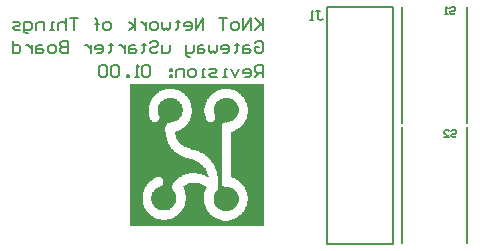
<source format=gbo>
%FSLAX25Y25*%
%MOIN*%
G70*
G01*
G75*
G04 Layer_Color=32896*
%ADD10R,0.04500X0.06000*%
%ADD11C,0.01969*%
%ADD12C,0.03937*%
%ADD13C,0.01772*%
%ADD14C,0.08661*%
%ADD15C,0.07480*%
%ADD16C,0.06000*%
%ADD17R,0.06000X0.06000*%
%ADD18C,0.05906*%
%ADD19R,0.05906X0.05906*%
%ADD20R,0.06000X0.06000*%
%ADD21C,0.05000*%
%ADD22C,0.00394*%
%ADD23C,0.00787*%
%ADD24R,0.05300X0.06800*%
%ADD25C,0.09461*%
%ADD26C,0.08280*%
%ADD27C,0.06800*%
%ADD28R,0.06800X0.06800*%
%ADD29C,0.06706*%
%ADD30R,0.06706X0.06706*%
%ADD31R,0.06800X0.06800*%
%ADD32C,0.05800*%
%ADD33C,0.00200*%
D23*
X153006Y500D02*
Y40000D01*
X130959Y500D02*
X153006D01*
X130959D02*
Y79500D01*
X153006D01*
Y40000D02*
Y79500D01*
X155853Y709D02*
Y20000D01*
X177613Y709D02*
Y39291D01*
X155853Y20000D02*
Y39291D01*
Y60000D02*
Y79291D01*
X177613Y40709D02*
Y79291D01*
X155853Y40709D02*
Y60000D01*
X172408Y37968D02*
X172802Y38361D01*
X173589D01*
X173983Y37968D01*
Y37574D01*
X173589Y37181D01*
X172802D01*
X172408Y36787D01*
Y36394D01*
X172802Y36000D01*
X173589D01*
X173983Y36394D01*
X170047Y36000D02*
X171621D01*
X170047Y37574D01*
Y37968D01*
X170440Y38361D01*
X171228D01*
X171621Y37968D01*
X171908Y78968D02*
X172302Y79361D01*
X173089D01*
X173483Y78968D01*
Y78574D01*
X173089Y78181D01*
X172302D01*
X171908Y77787D01*
Y77394D01*
X172302Y77000D01*
X173089D01*
X173483Y77394D01*
X171121Y77000D02*
X170334D01*
X170728D01*
Y79361D01*
X171121Y78968D01*
X127384Y78149D02*
X128433D01*
X127908D01*
Y75525D01*
X128433Y75000D01*
X128958D01*
X129483Y75525D01*
X126334Y75000D02*
X125285D01*
X125809D01*
Y78149D01*
X126334Y77624D01*
X109424Y56181D02*
Y60117D01*
X107456D01*
X106800Y59461D01*
Y58149D01*
X107456Y57493D01*
X109424D01*
X108112D02*
X106800Y56181D01*
X103520D02*
X104832D01*
X105488Y56837D01*
Y58149D01*
X104832Y58805D01*
X103520D01*
X102864Y58149D01*
Y57493D01*
X105488D01*
X101552Y58805D02*
X100240Y56181D01*
X98928Y58805D01*
X97616Y56181D02*
X96305D01*
X96960D01*
Y58805D01*
X97616D01*
X94337Y56181D02*
X92369D01*
X91713Y56837D01*
X92369Y57493D01*
X93681D01*
X94337Y58149D01*
X93681Y58805D01*
X91713D01*
X90401Y56181D02*
X89089D01*
X89745D01*
Y58805D01*
X90401D01*
X86465Y56181D02*
X85153D01*
X84497Y56837D01*
Y58149D01*
X85153Y58805D01*
X86465D01*
X87121Y58149D01*
Y56837D01*
X86465Y56181D01*
X83185D02*
Y58805D01*
X81217D01*
X80562Y58149D01*
Y56181D01*
X79250Y58805D02*
X78594D01*
Y58149D01*
X79250D01*
Y58805D01*
Y56837D02*
X78594D01*
Y56181D01*
X79250D01*
Y56837D01*
X72034Y59461D02*
X71378Y60117D01*
X70066D01*
X69410Y59461D01*
Y56837D01*
X70066Y56181D01*
X71378D01*
X72034Y56837D01*
Y59461D01*
X68098Y56181D02*
X66786D01*
X67442D01*
Y60117D01*
X68098Y59461D01*
X64819Y56181D02*
Y56837D01*
X64163D01*
Y56181D01*
X64819D01*
X61539Y59461D02*
X60883Y60117D01*
X59571D01*
X58915Y59461D01*
Y56837D01*
X59571Y56181D01*
X60883D01*
X61539Y56837D01*
Y59461D01*
X57603D02*
X56947Y60117D01*
X55635D01*
X54979Y59461D01*
Y56837D01*
X55635Y56181D01*
X56947D01*
X57603Y56837D01*
Y59461D01*
X106800Y67335D02*
X107456Y67991D01*
X108768D01*
X109424Y67335D01*
Y64711D01*
X108768Y64055D01*
X107456D01*
X106800Y64711D01*
Y66023D01*
X108112D01*
X104832Y66679D02*
X103520D01*
X102864Y66023D01*
Y64055D01*
X104832D01*
X105488Y64711D01*
X104832Y65367D01*
X102864D01*
X100896Y67335D02*
Y66679D01*
X101552D01*
X100240D01*
X100896D01*
Y64711D01*
X100240Y64055D01*
X96305D02*
X97616D01*
X98272Y64711D01*
Y66023D01*
X97616Y66679D01*
X96305D01*
X95648Y66023D01*
Y65367D01*
X98272D01*
X94337Y66679D02*
Y64711D01*
X93681Y64055D01*
X93025Y64711D01*
X92369Y64055D01*
X91713Y64711D01*
Y66679D01*
X89745D02*
X88433D01*
X87777Y66023D01*
Y64055D01*
X89745D01*
X90401Y64711D01*
X89745Y65367D01*
X87777D01*
X86465Y66679D02*
Y64711D01*
X85809Y64055D01*
X83841D01*
Y63399D01*
X84497Y62743D01*
X85153D01*
X83841Y64055D02*
Y66679D01*
X78594D02*
Y64711D01*
X77938Y64055D01*
X75970D01*
Y66679D01*
X72034Y67335D02*
X72690Y67991D01*
X74002D01*
X74658Y67335D01*
Y66679D01*
X74002Y66023D01*
X72690D01*
X72034Y65367D01*
Y64711D01*
X72690Y64055D01*
X74002D01*
X74658Y64711D01*
X70066Y67335D02*
Y66679D01*
X70722D01*
X69410D01*
X70066D01*
Y64711D01*
X69410Y64055D01*
X66786Y66679D02*
X65474D01*
X64819Y66023D01*
Y64055D01*
X66786D01*
X67442Y64711D01*
X66786Y65367D01*
X64819D01*
X63507Y66679D02*
Y64055D01*
Y65367D01*
X62851Y66023D01*
X62195Y66679D01*
X61539D01*
X58915Y67335D02*
Y66679D01*
X59571D01*
X58259D01*
X58915D01*
Y64711D01*
X58259Y64055D01*
X54323D02*
X55635D01*
X56291Y64711D01*
Y66023D01*
X55635Y66679D01*
X54323D01*
X53667Y66023D01*
Y65367D01*
X56291D01*
X52355Y66679D02*
Y64055D01*
Y65367D01*
X51699Y66023D01*
X51043Y66679D01*
X50388D01*
X44484Y67991D02*
Y64055D01*
X42516D01*
X41860Y64711D01*
Y65367D01*
X42516Y66023D01*
X44484D01*
X42516D01*
X41860Y66679D01*
Y67335D01*
X42516Y67991D01*
X44484D01*
X39892Y64055D02*
X38580D01*
X37924Y64711D01*
Y66023D01*
X38580Y66679D01*
X39892D01*
X40548Y66023D01*
Y64711D01*
X39892Y64055D01*
X35956Y66679D02*
X34644D01*
X33989Y66023D01*
Y64055D01*
X35956D01*
X36612Y64711D01*
X35956Y65367D01*
X33989D01*
X32677Y66679D02*
Y64055D01*
Y65367D01*
X32021Y66023D01*
X31365Y66679D01*
X30709D01*
X26117Y67991D02*
Y64055D01*
X28085D01*
X28741Y64711D01*
Y66023D01*
X28085Y66679D01*
X26117D01*
X109424Y75865D02*
Y71929D01*
Y73241D01*
X106800Y75865D01*
X108768Y73897D01*
X106800Y71929D01*
X105488D02*
Y75865D01*
X102864Y71929D01*
Y75865D01*
X100896Y71929D02*
X99584D01*
X98928Y72585D01*
Y73897D01*
X99584Y74553D01*
X100896D01*
X101552Y73897D01*
Y72585D01*
X100896Y71929D01*
X97616Y75865D02*
X94993D01*
X96305D01*
Y71929D01*
X89745D02*
Y75865D01*
X87121Y71929D01*
Y75865D01*
X83841Y71929D02*
X85153D01*
X85809Y72585D01*
Y73897D01*
X85153Y74553D01*
X83841D01*
X83185Y73897D01*
Y73241D01*
X85809D01*
X81217Y75209D02*
Y74553D01*
X81873D01*
X80562D01*
X81217D01*
Y72585D01*
X80562Y71929D01*
X78594Y74553D02*
Y72585D01*
X77938Y71929D01*
X77282Y72585D01*
X76626Y71929D01*
X75970Y72585D01*
Y74553D01*
X74002Y71929D02*
X72690D01*
X72034Y72585D01*
Y73897D01*
X72690Y74553D01*
X74002D01*
X74658Y73897D01*
Y72585D01*
X74002Y71929D01*
X70722Y74553D02*
Y71929D01*
Y73241D01*
X70066Y73897D01*
X69410Y74553D01*
X68754D01*
X66786Y71929D02*
Y75865D01*
Y73241D02*
X64819Y74553D01*
X66786Y73241D02*
X64819Y71929D01*
X58259D02*
X56947D01*
X56291Y72585D01*
Y73897D01*
X56947Y74553D01*
X58259D01*
X58915Y73897D01*
Y72585D01*
X58259Y71929D01*
X54323D02*
Y75209D01*
Y73897D01*
X54979D01*
X53667D01*
X54323D01*
Y75209D01*
X53667Y75865D01*
X47764D02*
X45140D01*
X46452D01*
Y71929D01*
X43828Y75865D02*
Y71929D01*
Y73897D01*
X43172Y74553D01*
X41860D01*
X41204Y73897D01*
Y71929D01*
X39892D02*
X38580D01*
X39236D01*
Y74553D01*
X39892D01*
X36612Y71929D02*
Y74553D01*
X34644D01*
X33989Y73897D01*
Y71929D01*
X31365Y70617D02*
X30709D01*
X30053Y71273D01*
Y74553D01*
X32021D01*
X32677Y73897D01*
Y72585D01*
X32021Y71929D01*
X30053D01*
X28741D02*
X26773D01*
X26117Y72585D01*
X26773Y73241D01*
X28085D01*
X28741Y73897D01*
X28085Y74553D01*
X26117D01*
D33*
X65132Y53869D02*
X109532D01*
X65132Y53669D02*
X109532D01*
X65132Y53469D02*
X109532D01*
X65132Y53269D02*
X109532D01*
X65132Y53069D02*
X109532D01*
X65132Y52869D02*
X109532D01*
X65132Y52669D02*
X109532D01*
X65132Y52469D02*
X109532D01*
X98932Y52269D02*
X109532D01*
X80332D02*
X95332D01*
X65132D02*
X76732D01*
X99532Y52069D02*
X109532D01*
X80932D02*
X94732D01*
X65132D02*
X76132D01*
X100132Y51869D02*
X109532D01*
X81532D02*
X94132D01*
X65132D02*
X75532D01*
X100532Y51669D02*
X109532D01*
X81932D02*
X93732D01*
X65132D02*
X75132D01*
X100932Y51469D02*
X109532D01*
X82332D02*
X93532D01*
X65132D02*
X74732D01*
X101132Y51269D02*
X109532D01*
X82532D02*
X93132D01*
X65132D02*
X74532D01*
X101532Y51069D02*
X109532D01*
X82932D02*
X92732D01*
X65132D02*
X74132D01*
X101732Y50868D02*
X109532D01*
X83132D02*
X92532D01*
X65132D02*
X73932D01*
X101932Y50669D02*
X109532D01*
X83332D02*
X92332D01*
X65132D02*
X73732D01*
X102132Y50468D02*
X109532D01*
X83532D02*
X92132D01*
X65132D02*
X73532D01*
X102332Y50269D02*
X109532D01*
X83732D02*
X91932D01*
X65132D02*
X73332D01*
X102532Y50068D02*
X109532D01*
X83932D02*
X91732D01*
X65132D02*
X73132D01*
X102732Y49869D02*
X109532D01*
X84132D02*
X91532D01*
X65132D02*
X72932D01*
X102932Y49668D02*
X109532D01*
X84332D02*
X91332D01*
X65132D02*
X72732D01*
X103132Y49468D02*
X109532D01*
X84532D02*
X91132D01*
X65132D02*
X72532D01*
X103332Y49268D02*
X109532D01*
X84532D02*
X91132D01*
X65132D02*
X72332D01*
X103332Y49068D02*
X109532D01*
X96132D02*
X98132D01*
X84732D02*
X90932D01*
X77532D02*
X79532D01*
X65132D02*
X72332D01*
X103532Y48869D02*
X109532D01*
X95532D02*
X98732D01*
X84932D02*
X90732D01*
X76932D02*
X80132D01*
X65132D02*
X72132D01*
X103532Y48669D02*
X109532D01*
X95132D02*
X99132D01*
X84932D02*
X90732D01*
X76532D02*
X80532D01*
X65132D02*
X72132D01*
X103732Y48469D02*
X109532D01*
X94932D02*
X99532D01*
X85132D02*
X90532D01*
X76332D02*
X80732D01*
X65132D02*
X71932D01*
X103732Y48268D02*
X109532D01*
X94532D02*
X99732D01*
X85132D02*
X90532D01*
X75932D02*
X81132D01*
X65132D02*
X71932D01*
X103932Y48068D02*
X109532D01*
X94332D02*
X99932D01*
X85332D02*
X90332D01*
X75732D02*
X81332D01*
X65132D02*
X71732D01*
X103932Y47868D02*
X109532D01*
X94132D02*
X100132D01*
X85332D02*
X90332D01*
X75532D02*
X81532D01*
X65132D02*
X71732D01*
X104132Y47668D02*
X109532D01*
X93932D02*
X100332D01*
X85532D02*
X90132D01*
X75332D02*
X81732D01*
X65132D02*
X71532D01*
X104132Y47469D02*
X109532D01*
X93932D02*
X100532D01*
X85532D02*
X90132D01*
X75332D02*
X81732D01*
X65132D02*
X71532D01*
X104132Y47269D02*
X109532D01*
X93732D02*
X100532D01*
X85532D02*
X90132D01*
X75132D02*
X81932D01*
X65132D02*
X71532D01*
X104332Y47069D02*
X109532D01*
X93732D02*
X100732D01*
X85732D02*
X90132D01*
X74932D02*
X82132D01*
X65132D02*
X71332D01*
X104332Y46869D02*
X109532D01*
X93532D02*
X100732D01*
X85732D02*
X89932D01*
X74932D02*
X82132D01*
X65132D02*
X71332D01*
X104332Y46668D02*
X109532D01*
X93532D02*
X100932D01*
X85732D02*
X89932D01*
X74732D02*
X82132D01*
X65132D02*
X71332D01*
X104332Y46468D02*
X109532D01*
X93332D02*
X100932D01*
X85732D02*
X89932D01*
X74732D02*
X82332D01*
X65132D02*
X71332D01*
X104532Y46268D02*
X109532D01*
X93332D02*
X100932D01*
X85732D02*
X89932D01*
X74732D02*
X82332D01*
X65132D02*
X71332D01*
X104532Y46069D02*
X109532D01*
X93332D02*
X101132D01*
X85932D02*
X89932D01*
X74732D02*
X82332D01*
X65132D02*
X71132D01*
X104532Y45869D02*
X109532D01*
X93332D02*
X101132D01*
X85932D02*
X89732D01*
X74532D02*
X82532D01*
X65132D02*
X71132D01*
X104532Y45669D02*
X109532D01*
X93132D02*
X101132D01*
X85932D02*
X89732D01*
X74532D02*
X82532D01*
X65132D02*
X71132D01*
X104532Y45469D02*
X109532D01*
X93132D02*
X101132D01*
X85932D02*
X89732D01*
X74532D02*
X82532D01*
X65132D02*
X71132D01*
X104532Y45268D02*
X109532D01*
X93132D02*
X101132D01*
X85932D02*
X89732D01*
X74532D02*
X82532D01*
X65132D02*
X71132D01*
X104532Y45068D02*
X109532D01*
X93132D02*
X101132D01*
X85932D02*
X89732D01*
X74532D02*
X82532D01*
X65132D02*
X71132D01*
X104532Y44868D02*
X109532D01*
X93132D02*
X101132D01*
X85932D02*
X89732D01*
X74532D02*
X82532D01*
X65132D02*
X71132D01*
X104532Y44668D02*
X109532D01*
X93332D02*
X101132D01*
X85932D02*
X89732D01*
X74532D02*
X82532D01*
X65132D02*
X71132D01*
X104532Y44469D02*
X109532D01*
X93332D02*
X101132D01*
X85932D02*
X89732D01*
X74732D02*
X82332D01*
X65132D02*
X71132D01*
X104532Y44269D02*
X109532D01*
X93332D02*
X100932D01*
X85932D02*
X89732D01*
X74732D02*
X82332D01*
X65132D02*
X71132D01*
X104532Y44069D02*
X109532D01*
X93332D02*
X100932D01*
X85932D02*
X89932D01*
X74732D02*
X82332D01*
X65132D02*
X71132D01*
X104532Y43868D02*
X109532D01*
X93532D02*
X100932D01*
X85732D02*
X89932D01*
X74732D02*
X82332D01*
X65132D02*
X71332D01*
X104332Y43668D02*
X109532D01*
X93532D02*
X100732D01*
X85732D02*
X89932D01*
X74932D02*
X82132D01*
X65132D02*
X71332D01*
X104332Y43468D02*
X109532D01*
X93532D02*
X100732D01*
X85732D02*
X89932D01*
X74932D02*
X82132D01*
X65132D02*
X71332D01*
X104332Y43268D02*
X109532D01*
X93732D02*
X100532D01*
X85732D02*
X89932D01*
X74932D02*
X81932D01*
X65132D02*
X71332D01*
X104332Y43069D02*
X109532D01*
X93732D02*
X100532D01*
X85532D02*
X90132D01*
X75132D02*
X81932D01*
X65132D02*
X71332D01*
X104132Y42869D02*
X109532D01*
X93732D02*
X100332D01*
X85532D02*
X90132D01*
X75132D02*
X81732D01*
X65132D02*
X71532D01*
X104132Y42669D02*
X109532D01*
X93732D02*
X100132D01*
X85532D02*
X90132D01*
X75132D02*
X81532D01*
X65132D02*
X71532D01*
X104132Y42469D02*
X109532D01*
X93732D02*
X99932D01*
X85332D02*
X90332D01*
X74932D02*
X81332D01*
X65132D02*
X71532D01*
X103932Y42268D02*
X109532D01*
X93532D02*
X99732D01*
X85332D02*
X90332D01*
X74932D02*
X81132D01*
X65132D02*
X71732D01*
X103932Y42068D02*
X109532D01*
X93532D02*
X99532D01*
X85332D02*
X90332D01*
X74932D02*
X80932D01*
X65132D02*
X71732D01*
X103732Y41868D02*
X109532D01*
X93332D02*
X99332D01*
X85132D02*
X90532D01*
X74732D02*
X80532D01*
X65132D02*
X71932D01*
X103732Y41668D02*
X109532D01*
X93132D02*
X98932D01*
X85132D02*
X90732D01*
X74532D02*
X80332D01*
X65132D02*
X72132D01*
X103532Y41469D02*
X109532D01*
X92932D02*
X98332D01*
X84932D02*
X90932D01*
X74332D02*
X79732D01*
X65132D02*
X72332D01*
X103532Y41269D02*
X109532D01*
X97132D02*
X97332D01*
X92532D02*
X96732D01*
X84932D02*
X91332D01*
X78332D02*
X78532D01*
X73932D02*
X78132D01*
X65132D02*
X72732D01*
X103332Y41069D02*
X109532D01*
X84732D02*
X96332D01*
X65132D02*
X77732D01*
X103132Y40868D02*
X109532D01*
X84532D02*
X95932D01*
X65132D02*
X77332D01*
X103132Y40668D02*
X109532D01*
X84532D02*
X95732D01*
X65132D02*
X77132D01*
X102932Y40468D02*
X109532D01*
X84332D02*
X95732D01*
X65132D02*
X77132D01*
X102732Y40268D02*
X109532D01*
X84132D02*
X95532D01*
X65132D02*
X76932D01*
X102532Y40069D02*
X109532D01*
X83932D02*
X95532D01*
X65132D02*
X76932D01*
X102332Y39869D02*
X109532D01*
X83732D02*
X95532D01*
X65132D02*
X76932D01*
X102132Y39669D02*
X109532D01*
X83532D02*
X95532D01*
X65132D02*
X76732D01*
X101932Y39469D02*
X109532D01*
X83332D02*
X95532D01*
X65132D02*
X76732D01*
X101732Y39268D02*
X109532D01*
X83132D02*
X95532D01*
X65132D02*
X76732D01*
X101332Y39068D02*
X109532D01*
X82732D02*
X95532D01*
X65132D02*
X76732D01*
X101132Y38868D02*
X109532D01*
X82532D02*
X95532D01*
X65132D02*
X76732D01*
X100732Y38669D02*
X109532D01*
X82132D02*
X95532D01*
X65132D02*
X76732D01*
X100332Y38469D02*
X109532D01*
X81732D02*
X95532D01*
X65132D02*
X76732D01*
X99932Y38269D02*
X109532D01*
X81332D02*
X95532D01*
X65132D02*
X76732D01*
X99532Y38069D02*
X109532D01*
X80732D02*
X95532D01*
X65132D02*
X76732D01*
X98932Y37868D02*
X109532D01*
X80332D02*
X95532D01*
X65132D02*
X76932D01*
X98932Y37668D02*
X109532D01*
X80332D02*
X95532D01*
X65132D02*
X76932D01*
X98932Y37468D02*
X109532D01*
X80332D02*
X95532D01*
X65132D02*
X76932D01*
X98932Y37268D02*
X109532D01*
X80332D02*
X95532D01*
X65132D02*
X76932D01*
X98932Y37069D02*
X109532D01*
X80332D02*
X95532D01*
X65132D02*
X76932D01*
X98932Y36869D02*
X109532D01*
X80532D02*
X95532D01*
X65132D02*
X76932D01*
X98932Y36669D02*
X109532D01*
X80532D02*
X95532D01*
X65132D02*
X76932D01*
X98932Y36468D02*
X109532D01*
X80532D02*
X95532D01*
X65132D02*
X76932D01*
X98932Y36268D02*
X109532D01*
X80532D02*
X95532D01*
X65132D02*
X76932D01*
X98932Y36068D02*
X109532D01*
X80732D02*
X95532D01*
X65132D02*
X77132D01*
X98932Y35868D02*
X109532D01*
X80732D02*
X95532D01*
X65132D02*
X77132D01*
X98932Y35669D02*
X109532D01*
X80932D02*
X95532D01*
X65132D02*
X77132D01*
X98932Y35469D02*
X109532D01*
X80932D02*
X95532D01*
X65132D02*
X77132D01*
X98932Y35269D02*
X109532D01*
X81132D02*
X95532D01*
X65132D02*
X77332D01*
X98932Y35069D02*
X109532D01*
X81332D02*
X95532D01*
X65132D02*
X77332D01*
X98932Y34868D02*
X109532D01*
X81332D02*
X95532D01*
X65132D02*
X77332D01*
X98932Y34668D02*
X109532D01*
X81532D02*
X95532D01*
X65132D02*
X77532D01*
X98932Y34468D02*
X109532D01*
X81732D02*
X95532D01*
X65132D02*
X77532D01*
X98932Y34269D02*
X109532D01*
X81932D02*
X95532D01*
X65132D02*
X77732D01*
X98932Y34069D02*
X109532D01*
X82132D02*
X95532D01*
X65132D02*
X77732D01*
X98932Y33869D02*
X109532D01*
X82332D02*
X95532D01*
X65132D02*
X77932D01*
X98932Y33669D02*
X109532D01*
X82732D02*
X95532D01*
X65132D02*
X77932D01*
X98932Y33468D02*
X109532D01*
X82932D02*
X95532D01*
X65132D02*
X78132D01*
X98932Y33268D02*
X109532D01*
X83332D02*
X95532D01*
X65132D02*
X78132D01*
X98932Y33068D02*
X109532D01*
X83732D02*
X95532D01*
X65132D02*
X78332D01*
X98932Y32868D02*
X109532D01*
X84132D02*
X95532D01*
X65132D02*
X78532D01*
X98932Y32669D02*
X109532D01*
X84532D02*
X95532D01*
X65132D02*
X78532D01*
X98932Y32469D02*
X109532D01*
X85132D02*
X95532D01*
X65132D02*
X78732D01*
X98932Y32269D02*
X109532D01*
X85732D02*
X95532D01*
X65132D02*
X78932D01*
X98932Y32068D02*
X109532D01*
X86532D02*
X95532D01*
X65132D02*
X79132D01*
X98932Y31868D02*
X109532D01*
X87332D02*
X95532D01*
X65132D02*
X79332D01*
X98932Y31668D02*
X109532D01*
X87732D02*
X95532D01*
X65132D02*
X79532D01*
X98932Y31468D02*
X109532D01*
X88332D02*
X95532D01*
X65132D02*
X79732D01*
X98932Y31269D02*
X109532D01*
X88732D02*
X95532D01*
X65132D02*
X79932D01*
X98932Y31069D02*
X109532D01*
X89132D02*
X95532D01*
X65132D02*
X80332D01*
X98932Y30869D02*
X109532D01*
X89532D02*
X95532D01*
X65132D02*
X80532D01*
X98932Y30669D02*
X109532D01*
X89932D02*
X95532D01*
X65132D02*
X80932D01*
X98932Y30468D02*
X109532D01*
X90132D02*
X95532D01*
X65132D02*
X81132D01*
X98932Y30268D02*
X109532D01*
X90332D02*
X95532D01*
X65132D02*
X81532D01*
X98932Y30068D02*
X109532D01*
X90732D02*
X95532D01*
X65132D02*
X81932D01*
X98932Y29869D02*
X109532D01*
X90932D02*
X95532D01*
X65132D02*
X82332D01*
X98932Y29669D02*
X109532D01*
X91132D02*
X95532D01*
X65132D02*
X82732D01*
X98932Y29469D02*
X109532D01*
X91332D02*
X95532D01*
X65132D02*
X83332D01*
X98932Y29269D02*
X109532D01*
X91532D02*
X95532D01*
X65132D02*
X83932D01*
X98932Y29068D02*
X109532D01*
X91732D02*
X95532D01*
X65132D02*
X84532D01*
X98932Y28868D02*
X109532D01*
X91932D02*
X95532D01*
X65132D02*
X85332D01*
X98932Y28668D02*
X109532D01*
X92132D02*
X95532D01*
X65132D02*
X85932D01*
X98932Y28468D02*
X109532D01*
X92332D02*
X95532D01*
X65132D02*
X86532D01*
X98932Y28269D02*
X109532D01*
X92332D02*
X95532D01*
X65132D02*
X86932D01*
X98932Y28069D02*
X109532D01*
X92532D02*
X95532D01*
X65132D02*
X87332D01*
X98932Y27869D02*
X109532D01*
X92732D02*
X95532D01*
X65132D02*
X87732D01*
X98932Y27668D02*
X109532D01*
X92732D02*
X95532D01*
X65132D02*
X87932D01*
X98932Y27468D02*
X109532D01*
X92932D02*
X95532D01*
X65132D02*
X88332D01*
X98932Y27268D02*
X109532D01*
X93132D02*
X95532D01*
X65132D02*
X88532D01*
X98932Y27068D02*
X109532D01*
X93132D02*
X95532D01*
X65132D02*
X88732D01*
X98932Y26869D02*
X109532D01*
X93332D02*
X95532D01*
X65132D02*
X88932D01*
X98932Y26669D02*
X109532D01*
X93332D02*
X95532D01*
X65132D02*
X89132D01*
X98932Y26469D02*
X109532D01*
X93532D02*
X95532D01*
X65132D02*
X89332D01*
X98932Y26269D02*
X109532D01*
X93532D02*
X95532D01*
X65132D02*
X89532D01*
X98932Y26068D02*
X109532D01*
X93732D02*
X95532D01*
X65132D02*
X89732D01*
X98932Y25868D02*
X109532D01*
X93732D02*
X95532D01*
X65132D02*
X89932D01*
X98932Y25668D02*
X109532D01*
X93732D02*
X95532D01*
X65132D02*
X90132D01*
X98932Y25469D02*
X109532D01*
X93932D02*
X95532D01*
X65132D02*
X90132D01*
X98932Y25269D02*
X109532D01*
X93932D02*
X95532D01*
X65132D02*
X90332D01*
X98932Y25069D02*
X109532D01*
X93932D02*
X95532D01*
X65132D02*
X90332D01*
X98932Y24869D02*
X109532D01*
X94132D02*
X95532D01*
X65132D02*
X90532D01*
X98932Y24668D02*
X109532D01*
X94132D02*
X95532D01*
X65132D02*
X90532D01*
X98932Y24468D02*
X109532D01*
X94132D02*
X95532D01*
X65132D02*
X90732D01*
X98932Y24269D02*
X109532D01*
X94332D02*
X95532D01*
X87732D02*
X90732D01*
X65132D02*
X84532D01*
X98932Y24069D02*
X109532D01*
X94332D02*
X95532D01*
X88532D02*
X90732D01*
X65132D02*
X83732D01*
X98932Y23868D02*
X109532D01*
X94332D02*
X95532D01*
X89132D02*
X90932D01*
X65132D02*
X83132D01*
X98932Y23668D02*
X109532D01*
X94332D02*
X95532D01*
X89732D02*
X90932D01*
X65132D02*
X82732D01*
X98932Y23469D02*
X109532D01*
X94332D02*
X95532D01*
X90132D02*
X90932D01*
X65132D02*
X82332D01*
X98932Y23268D02*
X109532D01*
X94532D02*
X95532D01*
X90532D02*
X90932D01*
X65132D02*
X82132D01*
X98932Y23068D02*
X109532D01*
X94532D02*
X95532D01*
X90932D02*
X91132D01*
X74732D02*
X81732D01*
X65132D02*
X74332D01*
X99132Y22869D02*
X109532D01*
X94532D02*
X95532D01*
X75532D02*
X81332D01*
X65132D02*
X73732D01*
X99732Y22669D02*
X109532D01*
X94532D02*
X95532D01*
X75732D02*
X81132D01*
X65132D02*
X73332D01*
X100132Y22468D02*
X109532D01*
X94532D02*
X95532D01*
X75932D02*
X80932D01*
X65132D02*
X72932D01*
X100532Y22268D02*
X109532D01*
X94732D02*
X95532D01*
X76132D02*
X80732D01*
X65132D02*
X72532D01*
X100932Y22069D02*
X109532D01*
X94732D02*
X95532D01*
X76132D02*
X80532D01*
X65132D02*
X72332D01*
X101132Y21869D02*
X109532D01*
X94732D02*
X95532D01*
X76332D02*
X80332D01*
X65132D02*
X72132D01*
X101532Y21668D02*
X109532D01*
X94732D02*
X95532D01*
X76332D02*
X80132D01*
X65132D02*
X71732D01*
X101732Y21468D02*
X109532D01*
X94732D02*
X95532D01*
X76332D02*
X79932D01*
X65132D02*
X71532D01*
X101932Y21269D02*
X109532D01*
X94732D02*
X95532D01*
X76332D02*
X79732D01*
X65132D02*
X71332D01*
X102132Y21068D02*
X109532D01*
X94732D02*
X95532D01*
X76332D02*
X79532D01*
X65132D02*
X71132D01*
X102332Y20868D02*
X109532D01*
X94732D02*
X95532D01*
X85532D02*
X87732D01*
X76332D02*
X79332D01*
X65132D02*
X70932D01*
X102532Y20669D02*
X109532D01*
X94732D02*
X95532D01*
X84732D02*
X88332D01*
X76332D02*
X79132D01*
X65132D02*
X70732D01*
X102732Y20469D02*
X109532D01*
X94732D02*
X95532D01*
X84332D02*
X88932D01*
X76132D02*
X79132D01*
X65132D02*
X70532D01*
X102932Y20268D02*
X109532D01*
X94732D02*
X95732D01*
X83932D02*
X89332D01*
X76132D02*
X78932D01*
X65132D02*
X70532D01*
X103132Y20068D02*
X109532D01*
X94732D02*
X95732D01*
X83532D02*
X89732D01*
X75932D02*
X78932D01*
X65132D02*
X70332D01*
X103132Y19869D02*
X109532D01*
X94732D02*
X95932D01*
X83332D02*
X89932D01*
X75532D02*
X78932D01*
X65132D02*
X70132D01*
X103332Y19669D02*
X109532D01*
X94732D02*
X96332D01*
X82932D02*
X90332D01*
X75332D02*
X78932D01*
X65132D02*
X70132D01*
X103532Y19468D02*
X109532D01*
X94732D02*
X98332D01*
X83132D02*
X90532D01*
X74732D02*
X78932D01*
X65132D02*
X69932D01*
X103532Y19268D02*
X109532D01*
X94732D02*
X98732D01*
X83132D02*
X90332D01*
X74332D02*
X78932D01*
X65132D02*
X69932D01*
X103732Y19069D02*
X109532D01*
X94532D02*
X99132D01*
X83332D02*
X90332D01*
X73932D02*
X78932D01*
X65132D02*
X69732D01*
X103732Y18868D02*
X109532D01*
X94532D02*
X99532D01*
X83332D02*
X90132D01*
X73732D02*
X79132D01*
X65132D02*
X69732D01*
X103932Y18668D02*
X109532D01*
X94532D02*
X99732D01*
X83332D02*
X90132D01*
X73532D02*
X79132D01*
X65132D02*
X69532D01*
X103932Y18469D02*
X109532D01*
X94332D02*
X99932D01*
X83532D02*
X89932D01*
X73332D02*
X79332D01*
X65132D02*
X69532D01*
X103932Y18269D02*
X109532D01*
X94132D02*
X100132D01*
X83532D02*
X89932D01*
X73132D02*
X79532D01*
X65132D02*
X69532D01*
X104132Y18068D02*
X109532D01*
X93932D02*
X100332D01*
X83532D02*
X89932D01*
X73132D02*
X79732D01*
X65132D02*
X69332D01*
X104132Y17868D02*
X109532D01*
X93732D02*
X100532D01*
X83732D02*
X89732D01*
X72932D02*
X79732D01*
X65132D02*
X69332D01*
X104132Y17669D02*
X109532D01*
X93732D02*
X100532D01*
X83732D02*
X89732D01*
X72732D02*
X79932D01*
X65132D02*
X69332D01*
X104332Y17469D02*
X109532D01*
X93532D02*
X100732D01*
X83732D02*
X89732D01*
X72732D02*
X79932D01*
X65132D02*
X69132D01*
X104332Y17268D02*
X109532D01*
X93532D02*
X100732D01*
X83732D02*
X89732D01*
X72732D02*
X80132D01*
X65132D02*
X69132D01*
X104332Y17068D02*
X109532D01*
X93332D02*
X100932D01*
X83732D02*
X89732D01*
X72532D02*
X80132D01*
X65132D02*
X69132D01*
X104332Y16869D02*
X109532D01*
X93332D02*
X100932D01*
X83932D02*
X89532D01*
X72532D02*
X80132D01*
X65132D02*
X69132D01*
X104332Y16669D02*
X109532D01*
X93332D02*
X100932D01*
X83932D02*
X89532D01*
X72532D02*
X80332D01*
X65132D02*
X69132D01*
X104532Y16468D02*
X109532D01*
X93132D02*
X101132D01*
X83932D02*
X89532D01*
X72332D02*
X80332D01*
X65132D02*
X69132D01*
X104532Y16269D02*
X109532D01*
X93132D02*
X101132D01*
X83932D02*
X89532D01*
X72332D02*
X80332D01*
X65132D02*
X69132D01*
X104532Y16069D02*
X109532D01*
X93132D02*
X101132D01*
X83932D02*
X89532D01*
X72332D02*
X80332D01*
X65132D02*
X69132D01*
X104532Y15868D02*
X109532D01*
X93132D02*
X101132D01*
X83932D02*
X89532D01*
X72332D02*
X80332D01*
X65132D02*
X69132D01*
X104532Y15668D02*
X109532D01*
X93132D02*
X101132D01*
X83932D02*
X89532D01*
X72332D02*
X80332D01*
X65132D02*
X69132D01*
X104532Y15469D02*
X109532D01*
X93132D02*
X101132D01*
X83932D02*
X89532D01*
X72332D02*
X80332D01*
X65132D02*
X69132D01*
X104532Y15269D02*
X109532D01*
X93132D02*
X101132D01*
X83932D02*
X89532D01*
X72332D02*
X80332D01*
X65132D02*
X69132D01*
X104532Y15068D02*
X109532D01*
X93132D02*
X101132D01*
X83932D02*
X89532D01*
X72532D02*
X80332D01*
X65132D02*
X69132D01*
X104332Y14868D02*
X109532D01*
X93132D02*
X101132D01*
X83732D02*
X89532D01*
X72532D02*
X80132D01*
X65132D02*
X69132D01*
X104332Y14669D02*
X109532D01*
X93332D02*
X101132D01*
X83732D02*
X89532D01*
X72532D02*
X80132D01*
X65132D02*
X69132D01*
X104332Y14469D02*
X109532D01*
X93332D02*
X100932D01*
X83732D02*
X89732D01*
X72532D02*
X80132D01*
X65132D02*
X69132D01*
X104332Y14268D02*
X109532D01*
X93332D02*
X100932D01*
X83732D02*
X89732D01*
X72732D02*
X79932D01*
X65132D02*
X69332D01*
X104332Y14069D02*
X109532D01*
X93532D02*
X100732D01*
X83732D02*
X89732D01*
X72732D02*
X79932D01*
X65132D02*
X69332D01*
X104332Y13869D02*
X109532D01*
X93532D02*
X100732D01*
X83532D02*
X89732D01*
X72932D02*
X79732D01*
X65132D02*
X69332D01*
X104132Y13668D02*
X109532D01*
X93732D02*
X100532D01*
X83532D02*
X89932D01*
X72932D02*
X79732D01*
X65132D02*
X69332D01*
X104132Y13468D02*
X109532D01*
X93732D02*
X100532D01*
X83532D02*
X89932D01*
X73132D02*
X79532D01*
X65132D02*
X69532D01*
X104132Y13269D02*
X109532D01*
X93932D02*
X100332D01*
X83332D02*
X89932D01*
X73332D02*
X79332D01*
X65132D02*
X69532D01*
X103932Y13069D02*
X109532D01*
X94132D02*
X100132D01*
X83332D02*
X90132D01*
X73532D02*
X79132D01*
X65132D02*
X69732D01*
X103932Y12868D02*
X109532D01*
X94332D02*
X99932D01*
X83132D02*
X90132D01*
X73732D02*
X78932D01*
X65132D02*
X69732D01*
X103732Y12669D02*
X109532D01*
X94532D02*
X99732D01*
X83132D02*
X90132D01*
X73932D02*
X78732D01*
X65132D02*
X69732D01*
X103732Y12469D02*
X109532D01*
X94732D02*
X99532D01*
X82932D02*
X90332D01*
X74332D02*
X78332D01*
X65132D02*
X69932D01*
X103532Y12269D02*
X109532D01*
X95132D02*
X99332D01*
X82932D02*
X90332D01*
X74532D02*
X78132D01*
X65132D02*
X70132D01*
X103532Y12069D02*
X109532D01*
X95532D02*
X98932D01*
X82732D02*
X90532D01*
X75132D02*
X77532D01*
X65132D02*
X70132D01*
X103332Y11869D02*
X109532D01*
X95932D02*
X98332D01*
X82732D02*
X90732D01*
X65132D02*
X70332D01*
X103332Y11669D02*
X109532D01*
X82532D02*
X90732D01*
X65132D02*
X70332D01*
X103132Y11469D02*
X109532D01*
X82332D02*
X90932D01*
X65132D02*
X70532D01*
X102932Y11269D02*
X109532D01*
X82132D02*
X91132D01*
X65132D02*
X70732D01*
X102732Y11069D02*
X109532D01*
X81932D02*
X91332D01*
X65132D02*
X70932D01*
X102732Y10869D02*
X109532D01*
X81932D02*
X91332D01*
X65132D02*
X71132D01*
X102532Y10669D02*
X109532D01*
X81532D02*
X91532D01*
X65132D02*
X71332D01*
X102332Y10469D02*
X109532D01*
X81332D02*
X91732D01*
X65132D02*
X71532D01*
X102132Y10269D02*
X109532D01*
X81132D02*
X91932D01*
X65132D02*
X71732D01*
X101732Y10069D02*
X109532D01*
X80932D02*
X92332D01*
X65132D02*
X71932D01*
X101532Y9869D02*
X109532D01*
X80732D02*
X92532D01*
X65132D02*
X72332D01*
X101332Y9669D02*
X109532D01*
X80332D02*
X92732D01*
X65132D02*
X72532D01*
X100932Y9469D02*
X109532D01*
X79932D02*
X93132D01*
X65132D02*
X72932D01*
X100532Y9269D02*
X109532D01*
X79532D02*
X93532D01*
X65132D02*
X73332D01*
X100132Y9069D02*
X109532D01*
X79132D02*
X93932D01*
X65132D02*
X73732D01*
X99732Y8869D02*
X109532D01*
X78532D02*
X94332D01*
X65132D02*
X74332D01*
X99132Y8669D02*
X109532D01*
X77732D02*
X94932D01*
X65132D02*
X75132D01*
X98332Y8469D02*
X109532D01*
X65132D02*
X95732D01*
X65132Y8269D02*
X109532D01*
X65132Y8069D02*
X109532D01*
X65132Y7869D02*
X109532D01*
X65132Y7669D02*
X109532D01*
X65132Y7469D02*
X109532D01*
X65132Y7269D02*
X109532D01*
X65132Y7069D02*
X109532D01*
X65132Y6869D02*
X109532D01*
M02*

</source>
